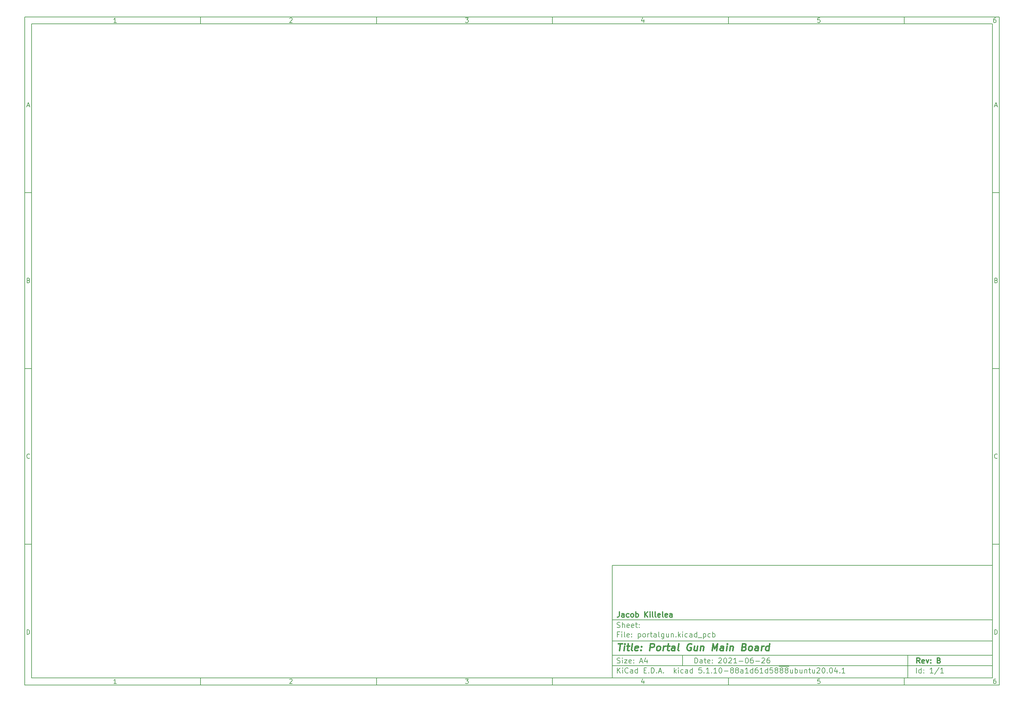
<source format=gbr>
%TF.GenerationSoftware,KiCad,Pcbnew,5.1.10-88a1d61d58~88~ubuntu20.04.1*%
%TF.CreationDate,2021-06-26T15:26:23-05:00*%
%TF.ProjectId,portalgun,706f7274-616c-4677-956e-2e6b69636164,B*%
%TF.SameCoordinates,Original*%
%TF.FileFunction,Other,User*%
%FSLAX46Y46*%
G04 Gerber Fmt 4.6, Leading zero omitted, Abs format (unit mm)*
G04 Created by KiCad (PCBNEW 5.1.10-88a1d61d58~88~ubuntu20.04.1) date 2021-06-26 15:26:23*
%MOMM*%
%LPD*%
G01*
G04 APERTURE LIST*
%ADD10C,0.100000*%
%ADD11C,0.150000*%
%ADD12C,0.300000*%
%ADD13C,0.400000*%
G04 APERTURE END LIST*
D10*
D11*
X177002200Y-166007200D02*
X177002200Y-198007200D01*
X285002200Y-198007200D01*
X285002200Y-166007200D01*
X177002200Y-166007200D01*
D10*
D11*
X10000000Y-10000000D02*
X10000000Y-200007200D01*
X287002200Y-200007200D01*
X287002200Y-10000000D01*
X10000000Y-10000000D01*
D10*
D11*
X12000000Y-12000000D02*
X12000000Y-198007200D01*
X285002200Y-198007200D01*
X285002200Y-12000000D01*
X12000000Y-12000000D01*
D10*
D11*
X60000000Y-12000000D02*
X60000000Y-10000000D01*
D10*
D11*
X110000000Y-12000000D02*
X110000000Y-10000000D01*
D10*
D11*
X160000000Y-12000000D02*
X160000000Y-10000000D01*
D10*
D11*
X210000000Y-12000000D02*
X210000000Y-10000000D01*
D10*
D11*
X260000000Y-12000000D02*
X260000000Y-10000000D01*
D10*
D11*
X36065476Y-11588095D02*
X35322619Y-11588095D01*
X35694047Y-11588095D02*
X35694047Y-10288095D01*
X35570238Y-10473809D01*
X35446428Y-10597619D01*
X35322619Y-10659523D01*
D10*
D11*
X85322619Y-10411904D02*
X85384523Y-10350000D01*
X85508333Y-10288095D01*
X85817857Y-10288095D01*
X85941666Y-10350000D01*
X86003571Y-10411904D01*
X86065476Y-10535714D01*
X86065476Y-10659523D01*
X86003571Y-10845238D01*
X85260714Y-11588095D01*
X86065476Y-11588095D01*
D10*
D11*
X135260714Y-10288095D02*
X136065476Y-10288095D01*
X135632142Y-10783333D01*
X135817857Y-10783333D01*
X135941666Y-10845238D01*
X136003571Y-10907142D01*
X136065476Y-11030952D01*
X136065476Y-11340476D01*
X136003571Y-11464285D01*
X135941666Y-11526190D01*
X135817857Y-11588095D01*
X135446428Y-11588095D01*
X135322619Y-11526190D01*
X135260714Y-11464285D01*
D10*
D11*
X185941666Y-10721428D02*
X185941666Y-11588095D01*
X185632142Y-10226190D02*
X185322619Y-11154761D01*
X186127380Y-11154761D01*
D10*
D11*
X236003571Y-10288095D02*
X235384523Y-10288095D01*
X235322619Y-10907142D01*
X235384523Y-10845238D01*
X235508333Y-10783333D01*
X235817857Y-10783333D01*
X235941666Y-10845238D01*
X236003571Y-10907142D01*
X236065476Y-11030952D01*
X236065476Y-11340476D01*
X236003571Y-11464285D01*
X235941666Y-11526190D01*
X235817857Y-11588095D01*
X235508333Y-11588095D01*
X235384523Y-11526190D01*
X235322619Y-11464285D01*
D10*
D11*
X285941666Y-10288095D02*
X285694047Y-10288095D01*
X285570238Y-10350000D01*
X285508333Y-10411904D01*
X285384523Y-10597619D01*
X285322619Y-10845238D01*
X285322619Y-11340476D01*
X285384523Y-11464285D01*
X285446428Y-11526190D01*
X285570238Y-11588095D01*
X285817857Y-11588095D01*
X285941666Y-11526190D01*
X286003571Y-11464285D01*
X286065476Y-11340476D01*
X286065476Y-11030952D01*
X286003571Y-10907142D01*
X285941666Y-10845238D01*
X285817857Y-10783333D01*
X285570238Y-10783333D01*
X285446428Y-10845238D01*
X285384523Y-10907142D01*
X285322619Y-11030952D01*
D10*
D11*
X60000000Y-198007200D02*
X60000000Y-200007200D01*
D10*
D11*
X110000000Y-198007200D02*
X110000000Y-200007200D01*
D10*
D11*
X160000000Y-198007200D02*
X160000000Y-200007200D01*
D10*
D11*
X210000000Y-198007200D02*
X210000000Y-200007200D01*
D10*
D11*
X260000000Y-198007200D02*
X260000000Y-200007200D01*
D10*
D11*
X36065476Y-199595295D02*
X35322619Y-199595295D01*
X35694047Y-199595295D02*
X35694047Y-198295295D01*
X35570238Y-198481009D01*
X35446428Y-198604819D01*
X35322619Y-198666723D01*
D10*
D11*
X85322619Y-198419104D02*
X85384523Y-198357200D01*
X85508333Y-198295295D01*
X85817857Y-198295295D01*
X85941666Y-198357200D01*
X86003571Y-198419104D01*
X86065476Y-198542914D01*
X86065476Y-198666723D01*
X86003571Y-198852438D01*
X85260714Y-199595295D01*
X86065476Y-199595295D01*
D10*
D11*
X135260714Y-198295295D02*
X136065476Y-198295295D01*
X135632142Y-198790533D01*
X135817857Y-198790533D01*
X135941666Y-198852438D01*
X136003571Y-198914342D01*
X136065476Y-199038152D01*
X136065476Y-199347676D01*
X136003571Y-199471485D01*
X135941666Y-199533390D01*
X135817857Y-199595295D01*
X135446428Y-199595295D01*
X135322619Y-199533390D01*
X135260714Y-199471485D01*
D10*
D11*
X185941666Y-198728628D02*
X185941666Y-199595295D01*
X185632142Y-198233390D02*
X185322619Y-199161961D01*
X186127380Y-199161961D01*
D10*
D11*
X236003571Y-198295295D02*
X235384523Y-198295295D01*
X235322619Y-198914342D01*
X235384523Y-198852438D01*
X235508333Y-198790533D01*
X235817857Y-198790533D01*
X235941666Y-198852438D01*
X236003571Y-198914342D01*
X236065476Y-199038152D01*
X236065476Y-199347676D01*
X236003571Y-199471485D01*
X235941666Y-199533390D01*
X235817857Y-199595295D01*
X235508333Y-199595295D01*
X235384523Y-199533390D01*
X235322619Y-199471485D01*
D10*
D11*
X285941666Y-198295295D02*
X285694047Y-198295295D01*
X285570238Y-198357200D01*
X285508333Y-198419104D01*
X285384523Y-198604819D01*
X285322619Y-198852438D01*
X285322619Y-199347676D01*
X285384523Y-199471485D01*
X285446428Y-199533390D01*
X285570238Y-199595295D01*
X285817857Y-199595295D01*
X285941666Y-199533390D01*
X286003571Y-199471485D01*
X286065476Y-199347676D01*
X286065476Y-199038152D01*
X286003571Y-198914342D01*
X285941666Y-198852438D01*
X285817857Y-198790533D01*
X285570238Y-198790533D01*
X285446428Y-198852438D01*
X285384523Y-198914342D01*
X285322619Y-199038152D01*
D10*
D11*
X10000000Y-60000000D02*
X12000000Y-60000000D01*
D10*
D11*
X10000000Y-110000000D02*
X12000000Y-110000000D01*
D10*
D11*
X10000000Y-160000000D02*
X12000000Y-160000000D01*
D10*
D11*
X10690476Y-35216666D02*
X11309523Y-35216666D01*
X10566666Y-35588095D02*
X11000000Y-34288095D01*
X11433333Y-35588095D01*
D10*
D11*
X11092857Y-84907142D02*
X11278571Y-84969047D01*
X11340476Y-85030952D01*
X11402380Y-85154761D01*
X11402380Y-85340476D01*
X11340476Y-85464285D01*
X11278571Y-85526190D01*
X11154761Y-85588095D01*
X10659523Y-85588095D01*
X10659523Y-84288095D01*
X11092857Y-84288095D01*
X11216666Y-84350000D01*
X11278571Y-84411904D01*
X11340476Y-84535714D01*
X11340476Y-84659523D01*
X11278571Y-84783333D01*
X11216666Y-84845238D01*
X11092857Y-84907142D01*
X10659523Y-84907142D01*
D10*
D11*
X11402380Y-135464285D02*
X11340476Y-135526190D01*
X11154761Y-135588095D01*
X11030952Y-135588095D01*
X10845238Y-135526190D01*
X10721428Y-135402380D01*
X10659523Y-135278571D01*
X10597619Y-135030952D01*
X10597619Y-134845238D01*
X10659523Y-134597619D01*
X10721428Y-134473809D01*
X10845238Y-134350000D01*
X11030952Y-134288095D01*
X11154761Y-134288095D01*
X11340476Y-134350000D01*
X11402380Y-134411904D01*
D10*
D11*
X10659523Y-185588095D02*
X10659523Y-184288095D01*
X10969047Y-184288095D01*
X11154761Y-184350000D01*
X11278571Y-184473809D01*
X11340476Y-184597619D01*
X11402380Y-184845238D01*
X11402380Y-185030952D01*
X11340476Y-185278571D01*
X11278571Y-185402380D01*
X11154761Y-185526190D01*
X10969047Y-185588095D01*
X10659523Y-185588095D01*
D10*
D11*
X287002200Y-60000000D02*
X285002200Y-60000000D01*
D10*
D11*
X287002200Y-110000000D02*
X285002200Y-110000000D01*
D10*
D11*
X287002200Y-160000000D02*
X285002200Y-160000000D01*
D10*
D11*
X285692676Y-35216666D02*
X286311723Y-35216666D01*
X285568866Y-35588095D02*
X286002200Y-34288095D01*
X286435533Y-35588095D01*
D10*
D11*
X286095057Y-84907142D02*
X286280771Y-84969047D01*
X286342676Y-85030952D01*
X286404580Y-85154761D01*
X286404580Y-85340476D01*
X286342676Y-85464285D01*
X286280771Y-85526190D01*
X286156961Y-85588095D01*
X285661723Y-85588095D01*
X285661723Y-84288095D01*
X286095057Y-84288095D01*
X286218866Y-84350000D01*
X286280771Y-84411904D01*
X286342676Y-84535714D01*
X286342676Y-84659523D01*
X286280771Y-84783333D01*
X286218866Y-84845238D01*
X286095057Y-84907142D01*
X285661723Y-84907142D01*
D10*
D11*
X286404580Y-135464285D02*
X286342676Y-135526190D01*
X286156961Y-135588095D01*
X286033152Y-135588095D01*
X285847438Y-135526190D01*
X285723628Y-135402380D01*
X285661723Y-135278571D01*
X285599819Y-135030952D01*
X285599819Y-134845238D01*
X285661723Y-134597619D01*
X285723628Y-134473809D01*
X285847438Y-134350000D01*
X286033152Y-134288095D01*
X286156961Y-134288095D01*
X286342676Y-134350000D01*
X286404580Y-134411904D01*
D10*
D11*
X285661723Y-185588095D02*
X285661723Y-184288095D01*
X285971247Y-184288095D01*
X286156961Y-184350000D01*
X286280771Y-184473809D01*
X286342676Y-184597619D01*
X286404580Y-184845238D01*
X286404580Y-185030952D01*
X286342676Y-185278571D01*
X286280771Y-185402380D01*
X286156961Y-185526190D01*
X285971247Y-185588095D01*
X285661723Y-185588095D01*
D10*
D11*
X200434342Y-193785771D02*
X200434342Y-192285771D01*
X200791485Y-192285771D01*
X201005771Y-192357200D01*
X201148628Y-192500057D01*
X201220057Y-192642914D01*
X201291485Y-192928628D01*
X201291485Y-193142914D01*
X201220057Y-193428628D01*
X201148628Y-193571485D01*
X201005771Y-193714342D01*
X200791485Y-193785771D01*
X200434342Y-193785771D01*
X202577200Y-193785771D02*
X202577200Y-193000057D01*
X202505771Y-192857200D01*
X202362914Y-192785771D01*
X202077200Y-192785771D01*
X201934342Y-192857200D01*
X202577200Y-193714342D02*
X202434342Y-193785771D01*
X202077200Y-193785771D01*
X201934342Y-193714342D01*
X201862914Y-193571485D01*
X201862914Y-193428628D01*
X201934342Y-193285771D01*
X202077200Y-193214342D01*
X202434342Y-193214342D01*
X202577200Y-193142914D01*
X203077200Y-192785771D02*
X203648628Y-192785771D01*
X203291485Y-192285771D02*
X203291485Y-193571485D01*
X203362914Y-193714342D01*
X203505771Y-193785771D01*
X203648628Y-193785771D01*
X204720057Y-193714342D02*
X204577200Y-193785771D01*
X204291485Y-193785771D01*
X204148628Y-193714342D01*
X204077200Y-193571485D01*
X204077200Y-193000057D01*
X204148628Y-192857200D01*
X204291485Y-192785771D01*
X204577200Y-192785771D01*
X204720057Y-192857200D01*
X204791485Y-193000057D01*
X204791485Y-193142914D01*
X204077200Y-193285771D01*
X205434342Y-193642914D02*
X205505771Y-193714342D01*
X205434342Y-193785771D01*
X205362914Y-193714342D01*
X205434342Y-193642914D01*
X205434342Y-193785771D01*
X205434342Y-192857200D02*
X205505771Y-192928628D01*
X205434342Y-193000057D01*
X205362914Y-192928628D01*
X205434342Y-192857200D01*
X205434342Y-193000057D01*
X207220057Y-192428628D02*
X207291485Y-192357200D01*
X207434342Y-192285771D01*
X207791485Y-192285771D01*
X207934342Y-192357200D01*
X208005771Y-192428628D01*
X208077200Y-192571485D01*
X208077200Y-192714342D01*
X208005771Y-192928628D01*
X207148628Y-193785771D01*
X208077200Y-193785771D01*
X209005771Y-192285771D02*
X209148628Y-192285771D01*
X209291485Y-192357200D01*
X209362914Y-192428628D01*
X209434342Y-192571485D01*
X209505771Y-192857200D01*
X209505771Y-193214342D01*
X209434342Y-193500057D01*
X209362914Y-193642914D01*
X209291485Y-193714342D01*
X209148628Y-193785771D01*
X209005771Y-193785771D01*
X208862914Y-193714342D01*
X208791485Y-193642914D01*
X208720057Y-193500057D01*
X208648628Y-193214342D01*
X208648628Y-192857200D01*
X208720057Y-192571485D01*
X208791485Y-192428628D01*
X208862914Y-192357200D01*
X209005771Y-192285771D01*
X210077200Y-192428628D02*
X210148628Y-192357200D01*
X210291485Y-192285771D01*
X210648628Y-192285771D01*
X210791485Y-192357200D01*
X210862914Y-192428628D01*
X210934342Y-192571485D01*
X210934342Y-192714342D01*
X210862914Y-192928628D01*
X210005771Y-193785771D01*
X210934342Y-193785771D01*
X212362914Y-193785771D02*
X211505771Y-193785771D01*
X211934342Y-193785771D02*
X211934342Y-192285771D01*
X211791485Y-192500057D01*
X211648628Y-192642914D01*
X211505771Y-192714342D01*
X213005771Y-193214342D02*
X214148628Y-193214342D01*
X215148628Y-192285771D02*
X215291485Y-192285771D01*
X215434342Y-192357200D01*
X215505771Y-192428628D01*
X215577200Y-192571485D01*
X215648628Y-192857200D01*
X215648628Y-193214342D01*
X215577200Y-193500057D01*
X215505771Y-193642914D01*
X215434342Y-193714342D01*
X215291485Y-193785771D01*
X215148628Y-193785771D01*
X215005771Y-193714342D01*
X214934342Y-193642914D01*
X214862914Y-193500057D01*
X214791485Y-193214342D01*
X214791485Y-192857200D01*
X214862914Y-192571485D01*
X214934342Y-192428628D01*
X215005771Y-192357200D01*
X215148628Y-192285771D01*
X216934342Y-192285771D02*
X216648628Y-192285771D01*
X216505771Y-192357200D01*
X216434342Y-192428628D01*
X216291485Y-192642914D01*
X216220057Y-192928628D01*
X216220057Y-193500057D01*
X216291485Y-193642914D01*
X216362914Y-193714342D01*
X216505771Y-193785771D01*
X216791485Y-193785771D01*
X216934342Y-193714342D01*
X217005771Y-193642914D01*
X217077200Y-193500057D01*
X217077200Y-193142914D01*
X217005771Y-193000057D01*
X216934342Y-192928628D01*
X216791485Y-192857200D01*
X216505771Y-192857200D01*
X216362914Y-192928628D01*
X216291485Y-193000057D01*
X216220057Y-193142914D01*
X217720057Y-193214342D02*
X218862914Y-193214342D01*
X219505771Y-192428628D02*
X219577200Y-192357200D01*
X219720057Y-192285771D01*
X220077200Y-192285771D01*
X220220057Y-192357200D01*
X220291485Y-192428628D01*
X220362914Y-192571485D01*
X220362914Y-192714342D01*
X220291485Y-192928628D01*
X219434342Y-193785771D01*
X220362914Y-193785771D01*
X221648628Y-192285771D02*
X221362914Y-192285771D01*
X221220057Y-192357200D01*
X221148628Y-192428628D01*
X221005771Y-192642914D01*
X220934342Y-192928628D01*
X220934342Y-193500057D01*
X221005771Y-193642914D01*
X221077200Y-193714342D01*
X221220057Y-193785771D01*
X221505771Y-193785771D01*
X221648628Y-193714342D01*
X221720057Y-193642914D01*
X221791485Y-193500057D01*
X221791485Y-193142914D01*
X221720057Y-193000057D01*
X221648628Y-192928628D01*
X221505771Y-192857200D01*
X221220057Y-192857200D01*
X221077200Y-192928628D01*
X221005771Y-193000057D01*
X220934342Y-193142914D01*
D10*
D11*
X177002200Y-194507200D02*
X285002200Y-194507200D01*
D10*
D11*
X178434342Y-196585771D02*
X178434342Y-195085771D01*
X179291485Y-196585771D02*
X178648628Y-195728628D01*
X179291485Y-195085771D02*
X178434342Y-195942914D01*
X179934342Y-196585771D02*
X179934342Y-195585771D01*
X179934342Y-195085771D02*
X179862914Y-195157200D01*
X179934342Y-195228628D01*
X180005771Y-195157200D01*
X179934342Y-195085771D01*
X179934342Y-195228628D01*
X181505771Y-196442914D02*
X181434342Y-196514342D01*
X181220057Y-196585771D01*
X181077200Y-196585771D01*
X180862914Y-196514342D01*
X180720057Y-196371485D01*
X180648628Y-196228628D01*
X180577200Y-195942914D01*
X180577200Y-195728628D01*
X180648628Y-195442914D01*
X180720057Y-195300057D01*
X180862914Y-195157200D01*
X181077200Y-195085771D01*
X181220057Y-195085771D01*
X181434342Y-195157200D01*
X181505771Y-195228628D01*
X182791485Y-196585771D02*
X182791485Y-195800057D01*
X182720057Y-195657200D01*
X182577200Y-195585771D01*
X182291485Y-195585771D01*
X182148628Y-195657200D01*
X182791485Y-196514342D02*
X182648628Y-196585771D01*
X182291485Y-196585771D01*
X182148628Y-196514342D01*
X182077200Y-196371485D01*
X182077200Y-196228628D01*
X182148628Y-196085771D01*
X182291485Y-196014342D01*
X182648628Y-196014342D01*
X182791485Y-195942914D01*
X184148628Y-196585771D02*
X184148628Y-195085771D01*
X184148628Y-196514342D02*
X184005771Y-196585771D01*
X183720057Y-196585771D01*
X183577200Y-196514342D01*
X183505771Y-196442914D01*
X183434342Y-196300057D01*
X183434342Y-195871485D01*
X183505771Y-195728628D01*
X183577200Y-195657200D01*
X183720057Y-195585771D01*
X184005771Y-195585771D01*
X184148628Y-195657200D01*
X186005771Y-195800057D02*
X186505771Y-195800057D01*
X186720057Y-196585771D02*
X186005771Y-196585771D01*
X186005771Y-195085771D01*
X186720057Y-195085771D01*
X187362914Y-196442914D02*
X187434342Y-196514342D01*
X187362914Y-196585771D01*
X187291485Y-196514342D01*
X187362914Y-196442914D01*
X187362914Y-196585771D01*
X188077200Y-196585771D02*
X188077200Y-195085771D01*
X188434342Y-195085771D01*
X188648628Y-195157200D01*
X188791485Y-195300057D01*
X188862914Y-195442914D01*
X188934342Y-195728628D01*
X188934342Y-195942914D01*
X188862914Y-196228628D01*
X188791485Y-196371485D01*
X188648628Y-196514342D01*
X188434342Y-196585771D01*
X188077200Y-196585771D01*
X189577200Y-196442914D02*
X189648628Y-196514342D01*
X189577200Y-196585771D01*
X189505771Y-196514342D01*
X189577200Y-196442914D01*
X189577200Y-196585771D01*
X190220057Y-196157200D02*
X190934342Y-196157200D01*
X190077200Y-196585771D02*
X190577200Y-195085771D01*
X191077200Y-196585771D01*
X191577200Y-196442914D02*
X191648628Y-196514342D01*
X191577200Y-196585771D01*
X191505771Y-196514342D01*
X191577200Y-196442914D01*
X191577200Y-196585771D01*
X194577200Y-196585771D02*
X194577200Y-195085771D01*
X194720057Y-196014342D02*
X195148628Y-196585771D01*
X195148628Y-195585771D02*
X194577200Y-196157200D01*
X195791485Y-196585771D02*
X195791485Y-195585771D01*
X195791485Y-195085771D02*
X195720057Y-195157200D01*
X195791485Y-195228628D01*
X195862914Y-195157200D01*
X195791485Y-195085771D01*
X195791485Y-195228628D01*
X197148628Y-196514342D02*
X197005771Y-196585771D01*
X196720057Y-196585771D01*
X196577200Y-196514342D01*
X196505771Y-196442914D01*
X196434342Y-196300057D01*
X196434342Y-195871485D01*
X196505771Y-195728628D01*
X196577200Y-195657200D01*
X196720057Y-195585771D01*
X197005771Y-195585771D01*
X197148628Y-195657200D01*
X198434342Y-196585771D02*
X198434342Y-195800057D01*
X198362914Y-195657200D01*
X198220057Y-195585771D01*
X197934342Y-195585771D01*
X197791485Y-195657200D01*
X198434342Y-196514342D02*
X198291485Y-196585771D01*
X197934342Y-196585771D01*
X197791485Y-196514342D01*
X197720057Y-196371485D01*
X197720057Y-196228628D01*
X197791485Y-196085771D01*
X197934342Y-196014342D01*
X198291485Y-196014342D01*
X198434342Y-195942914D01*
X199791485Y-196585771D02*
X199791485Y-195085771D01*
X199791485Y-196514342D02*
X199648628Y-196585771D01*
X199362914Y-196585771D01*
X199220057Y-196514342D01*
X199148628Y-196442914D01*
X199077200Y-196300057D01*
X199077200Y-195871485D01*
X199148628Y-195728628D01*
X199220057Y-195657200D01*
X199362914Y-195585771D01*
X199648628Y-195585771D01*
X199791485Y-195657200D01*
X202362914Y-195085771D02*
X201648628Y-195085771D01*
X201577200Y-195800057D01*
X201648628Y-195728628D01*
X201791485Y-195657200D01*
X202148628Y-195657200D01*
X202291485Y-195728628D01*
X202362914Y-195800057D01*
X202434342Y-195942914D01*
X202434342Y-196300057D01*
X202362914Y-196442914D01*
X202291485Y-196514342D01*
X202148628Y-196585771D01*
X201791485Y-196585771D01*
X201648628Y-196514342D01*
X201577200Y-196442914D01*
X203077200Y-196442914D02*
X203148628Y-196514342D01*
X203077200Y-196585771D01*
X203005771Y-196514342D01*
X203077200Y-196442914D01*
X203077200Y-196585771D01*
X204577200Y-196585771D02*
X203720057Y-196585771D01*
X204148628Y-196585771D02*
X204148628Y-195085771D01*
X204005771Y-195300057D01*
X203862914Y-195442914D01*
X203720057Y-195514342D01*
X205220057Y-196442914D02*
X205291485Y-196514342D01*
X205220057Y-196585771D01*
X205148628Y-196514342D01*
X205220057Y-196442914D01*
X205220057Y-196585771D01*
X206720057Y-196585771D02*
X205862914Y-196585771D01*
X206291485Y-196585771D02*
X206291485Y-195085771D01*
X206148628Y-195300057D01*
X206005771Y-195442914D01*
X205862914Y-195514342D01*
X207648628Y-195085771D02*
X207791485Y-195085771D01*
X207934342Y-195157200D01*
X208005771Y-195228628D01*
X208077200Y-195371485D01*
X208148628Y-195657200D01*
X208148628Y-196014342D01*
X208077200Y-196300057D01*
X208005771Y-196442914D01*
X207934342Y-196514342D01*
X207791485Y-196585771D01*
X207648628Y-196585771D01*
X207505771Y-196514342D01*
X207434342Y-196442914D01*
X207362914Y-196300057D01*
X207291485Y-196014342D01*
X207291485Y-195657200D01*
X207362914Y-195371485D01*
X207434342Y-195228628D01*
X207505771Y-195157200D01*
X207648628Y-195085771D01*
X208791485Y-196014342D02*
X209934342Y-196014342D01*
X210862914Y-195728628D02*
X210720057Y-195657200D01*
X210648628Y-195585771D01*
X210577200Y-195442914D01*
X210577200Y-195371485D01*
X210648628Y-195228628D01*
X210720057Y-195157200D01*
X210862914Y-195085771D01*
X211148628Y-195085771D01*
X211291485Y-195157200D01*
X211362914Y-195228628D01*
X211434342Y-195371485D01*
X211434342Y-195442914D01*
X211362914Y-195585771D01*
X211291485Y-195657200D01*
X211148628Y-195728628D01*
X210862914Y-195728628D01*
X210720057Y-195800057D01*
X210648628Y-195871485D01*
X210577200Y-196014342D01*
X210577200Y-196300057D01*
X210648628Y-196442914D01*
X210720057Y-196514342D01*
X210862914Y-196585771D01*
X211148628Y-196585771D01*
X211291485Y-196514342D01*
X211362914Y-196442914D01*
X211434342Y-196300057D01*
X211434342Y-196014342D01*
X211362914Y-195871485D01*
X211291485Y-195800057D01*
X211148628Y-195728628D01*
X212291485Y-195728628D02*
X212148628Y-195657200D01*
X212077200Y-195585771D01*
X212005771Y-195442914D01*
X212005771Y-195371485D01*
X212077200Y-195228628D01*
X212148628Y-195157200D01*
X212291485Y-195085771D01*
X212577200Y-195085771D01*
X212720057Y-195157200D01*
X212791485Y-195228628D01*
X212862914Y-195371485D01*
X212862914Y-195442914D01*
X212791485Y-195585771D01*
X212720057Y-195657200D01*
X212577200Y-195728628D01*
X212291485Y-195728628D01*
X212148628Y-195800057D01*
X212077200Y-195871485D01*
X212005771Y-196014342D01*
X212005771Y-196300057D01*
X212077200Y-196442914D01*
X212148628Y-196514342D01*
X212291485Y-196585771D01*
X212577200Y-196585771D01*
X212720057Y-196514342D01*
X212791485Y-196442914D01*
X212862914Y-196300057D01*
X212862914Y-196014342D01*
X212791485Y-195871485D01*
X212720057Y-195800057D01*
X212577200Y-195728628D01*
X214148628Y-196585771D02*
X214148628Y-195800057D01*
X214077200Y-195657200D01*
X213934342Y-195585771D01*
X213648628Y-195585771D01*
X213505771Y-195657200D01*
X214148628Y-196514342D02*
X214005771Y-196585771D01*
X213648628Y-196585771D01*
X213505771Y-196514342D01*
X213434342Y-196371485D01*
X213434342Y-196228628D01*
X213505771Y-196085771D01*
X213648628Y-196014342D01*
X214005771Y-196014342D01*
X214148628Y-195942914D01*
X215648628Y-196585771D02*
X214791485Y-196585771D01*
X215220057Y-196585771D02*
X215220057Y-195085771D01*
X215077200Y-195300057D01*
X214934342Y-195442914D01*
X214791485Y-195514342D01*
X216934342Y-196585771D02*
X216934342Y-195085771D01*
X216934342Y-196514342D02*
X216791485Y-196585771D01*
X216505771Y-196585771D01*
X216362914Y-196514342D01*
X216291485Y-196442914D01*
X216220057Y-196300057D01*
X216220057Y-195871485D01*
X216291485Y-195728628D01*
X216362914Y-195657200D01*
X216505771Y-195585771D01*
X216791485Y-195585771D01*
X216934342Y-195657200D01*
X218291485Y-195085771D02*
X218005771Y-195085771D01*
X217862914Y-195157200D01*
X217791485Y-195228628D01*
X217648628Y-195442914D01*
X217577200Y-195728628D01*
X217577200Y-196300057D01*
X217648628Y-196442914D01*
X217720057Y-196514342D01*
X217862914Y-196585771D01*
X218148628Y-196585771D01*
X218291485Y-196514342D01*
X218362914Y-196442914D01*
X218434342Y-196300057D01*
X218434342Y-195942914D01*
X218362914Y-195800057D01*
X218291485Y-195728628D01*
X218148628Y-195657200D01*
X217862914Y-195657200D01*
X217720057Y-195728628D01*
X217648628Y-195800057D01*
X217577200Y-195942914D01*
X219862914Y-196585771D02*
X219005771Y-196585771D01*
X219434342Y-196585771D02*
X219434342Y-195085771D01*
X219291485Y-195300057D01*
X219148628Y-195442914D01*
X219005771Y-195514342D01*
X221148628Y-196585771D02*
X221148628Y-195085771D01*
X221148628Y-196514342D02*
X221005771Y-196585771D01*
X220720057Y-196585771D01*
X220577200Y-196514342D01*
X220505771Y-196442914D01*
X220434342Y-196300057D01*
X220434342Y-195871485D01*
X220505771Y-195728628D01*
X220577200Y-195657200D01*
X220720057Y-195585771D01*
X221005771Y-195585771D01*
X221148628Y-195657200D01*
X222577200Y-195085771D02*
X221862914Y-195085771D01*
X221791485Y-195800057D01*
X221862914Y-195728628D01*
X222005771Y-195657200D01*
X222362914Y-195657200D01*
X222505771Y-195728628D01*
X222577200Y-195800057D01*
X222648628Y-195942914D01*
X222648628Y-196300057D01*
X222577200Y-196442914D01*
X222505771Y-196514342D01*
X222362914Y-196585771D01*
X222005771Y-196585771D01*
X221862914Y-196514342D01*
X221791485Y-196442914D01*
X223505771Y-195728628D02*
X223362914Y-195657200D01*
X223291485Y-195585771D01*
X223220057Y-195442914D01*
X223220057Y-195371485D01*
X223291485Y-195228628D01*
X223362914Y-195157200D01*
X223505771Y-195085771D01*
X223791485Y-195085771D01*
X223934342Y-195157200D01*
X224005771Y-195228628D01*
X224077200Y-195371485D01*
X224077200Y-195442914D01*
X224005771Y-195585771D01*
X223934342Y-195657200D01*
X223791485Y-195728628D01*
X223505771Y-195728628D01*
X223362914Y-195800057D01*
X223291485Y-195871485D01*
X223220057Y-196014342D01*
X223220057Y-196300057D01*
X223291485Y-196442914D01*
X223362914Y-196514342D01*
X223505771Y-196585771D01*
X223791485Y-196585771D01*
X223934342Y-196514342D01*
X224005771Y-196442914D01*
X224077200Y-196300057D01*
X224077200Y-196014342D01*
X224005771Y-195871485D01*
X223934342Y-195800057D01*
X223791485Y-195728628D01*
X224362914Y-194677200D02*
X225791485Y-194677200D01*
X224934342Y-195728628D02*
X224791485Y-195657200D01*
X224720057Y-195585771D01*
X224648628Y-195442914D01*
X224648628Y-195371485D01*
X224720057Y-195228628D01*
X224791485Y-195157200D01*
X224934342Y-195085771D01*
X225220057Y-195085771D01*
X225362914Y-195157200D01*
X225434342Y-195228628D01*
X225505771Y-195371485D01*
X225505771Y-195442914D01*
X225434342Y-195585771D01*
X225362914Y-195657200D01*
X225220057Y-195728628D01*
X224934342Y-195728628D01*
X224791485Y-195800057D01*
X224720057Y-195871485D01*
X224648628Y-196014342D01*
X224648628Y-196300057D01*
X224720057Y-196442914D01*
X224791485Y-196514342D01*
X224934342Y-196585771D01*
X225220057Y-196585771D01*
X225362914Y-196514342D01*
X225434342Y-196442914D01*
X225505771Y-196300057D01*
X225505771Y-196014342D01*
X225434342Y-195871485D01*
X225362914Y-195800057D01*
X225220057Y-195728628D01*
X225791485Y-194677200D02*
X227220057Y-194677200D01*
X226362914Y-195728628D02*
X226220057Y-195657200D01*
X226148628Y-195585771D01*
X226077199Y-195442914D01*
X226077199Y-195371485D01*
X226148628Y-195228628D01*
X226220057Y-195157200D01*
X226362914Y-195085771D01*
X226648628Y-195085771D01*
X226791485Y-195157200D01*
X226862914Y-195228628D01*
X226934342Y-195371485D01*
X226934342Y-195442914D01*
X226862914Y-195585771D01*
X226791485Y-195657200D01*
X226648628Y-195728628D01*
X226362914Y-195728628D01*
X226220057Y-195800057D01*
X226148628Y-195871485D01*
X226077199Y-196014342D01*
X226077199Y-196300057D01*
X226148628Y-196442914D01*
X226220057Y-196514342D01*
X226362914Y-196585771D01*
X226648628Y-196585771D01*
X226791485Y-196514342D01*
X226862914Y-196442914D01*
X226934342Y-196300057D01*
X226934342Y-196014342D01*
X226862914Y-195871485D01*
X226791485Y-195800057D01*
X226648628Y-195728628D01*
X228220057Y-195585771D02*
X228220057Y-196585771D01*
X227577199Y-195585771D02*
X227577199Y-196371485D01*
X227648628Y-196514342D01*
X227791485Y-196585771D01*
X228005771Y-196585771D01*
X228148628Y-196514342D01*
X228220057Y-196442914D01*
X228934342Y-196585771D02*
X228934342Y-195085771D01*
X228934342Y-195657200D02*
X229077199Y-195585771D01*
X229362914Y-195585771D01*
X229505771Y-195657200D01*
X229577199Y-195728628D01*
X229648628Y-195871485D01*
X229648628Y-196300057D01*
X229577199Y-196442914D01*
X229505771Y-196514342D01*
X229362914Y-196585771D01*
X229077199Y-196585771D01*
X228934342Y-196514342D01*
X230934342Y-195585771D02*
X230934342Y-196585771D01*
X230291485Y-195585771D02*
X230291485Y-196371485D01*
X230362914Y-196514342D01*
X230505771Y-196585771D01*
X230720057Y-196585771D01*
X230862914Y-196514342D01*
X230934342Y-196442914D01*
X231648628Y-195585771D02*
X231648628Y-196585771D01*
X231648628Y-195728628D02*
X231720057Y-195657200D01*
X231862914Y-195585771D01*
X232077199Y-195585771D01*
X232220057Y-195657200D01*
X232291485Y-195800057D01*
X232291485Y-196585771D01*
X232791485Y-195585771D02*
X233362914Y-195585771D01*
X233005771Y-195085771D02*
X233005771Y-196371485D01*
X233077199Y-196514342D01*
X233220057Y-196585771D01*
X233362914Y-196585771D01*
X234505771Y-195585771D02*
X234505771Y-196585771D01*
X233862914Y-195585771D02*
X233862914Y-196371485D01*
X233934342Y-196514342D01*
X234077200Y-196585771D01*
X234291485Y-196585771D01*
X234434342Y-196514342D01*
X234505771Y-196442914D01*
X235148628Y-195228628D02*
X235220057Y-195157200D01*
X235362914Y-195085771D01*
X235720057Y-195085771D01*
X235862914Y-195157200D01*
X235934342Y-195228628D01*
X236005771Y-195371485D01*
X236005771Y-195514342D01*
X235934342Y-195728628D01*
X235077200Y-196585771D01*
X236005771Y-196585771D01*
X236934342Y-195085771D02*
X237077199Y-195085771D01*
X237220057Y-195157200D01*
X237291485Y-195228628D01*
X237362914Y-195371485D01*
X237434342Y-195657200D01*
X237434342Y-196014342D01*
X237362914Y-196300057D01*
X237291485Y-196442914D01*
X237220057Y-196514342D01*
X237077199Y-196585771D01*
X236934342Y-196585771D01*
X236791485Y-196514342D01*
X236720057Y-196442914D01*
X236648628Y-196300057D01*
X236577199Y-196014342D01*
X236577199Y-195657200D01*
X236648628Y-195371485D01*
X236720057Y-195228628D01*
X236791485Y-195157200D01*
X236934342Y-195085771D01*
X238077199Y-196442914D02*
X238148628Y-196514342D01*
X238077199Y-196585771D01*
X238005771Y-196514342D01*
X238077199Y-196442914D01*
X238077199Y-196585771D01*
X239077199Y-195085771D02*
X239220057Y-195085771D01*
X239362914Y-195157200D01*
X239434342Y-195228628D01*
X239505771Y-195371485D01*
X239577199Y-195657200D01*
X239577199Y-196014342D01*
X239505771Y-196300057D01*
X239434342Y-196442914D01*
X239362914Y-196514342D01*
X239220057Y-196585771D01*
X239077199Y-196585771D01*
X238934342Y-196514342D01*
X238862914Y-196442914D01*
X238791485Y-196300057D01*
X238720057Y-196014342D01*
X238720057Y-195657200D01*
X238791485Y-195371485D01*
X238862914Y-195228628D01*
X238934342Y-195157200D01*
X239077199Y-195085771D01*
X240862914Y-195585771D02*
X240862914Y-196585771D01*
X240505771Y-195014342D02*
X240148628Y-196085771D01*
X241077199Y-196085771D01*
X241648628Y-196442914D02*
X241720057Y-196514342D01*
X241648628Y-196585771D01*
X241577199Y-196514342D01*
X241648628Y-196442914D01*
X241648628Y-196585771D01*
X243148628Y-196585771D02*
X242291485Y-196585771D01*
X242720057Y-196585771D02*
X242720057Y-195085771D01*
X242577199Y-195300057D01*
X242434342Y-195442914D01*
X242291485Y-195514342D01*
D10*
D11*
X177002200Y-191507200D02*
X285002200Y-191507200D01*
D10*
D12*
X264411485Y-193785771D02*
X263911485Y-193071485D01*
X263554342Y-193785771D02*
X263554342Y-192285771D01*
X264125771Y-192285771D01*
X264268628Y-192357200D01*
X264340057Y-192428628D01*
X264411485Y-192571485D01*
X264411485Y-192785771D01*
X264340057Y-192928628D01*
X264268628Y-193000057D01*
X264125771Y-193071485D01*
X263554342Y-193071485D01*
X265625771Y-193714342D02*
X265482914Y-193785771D01*
X265197200Y-193785771D01*
X265054342Y-193714342D01*
X264982914Y-193571485D01*
X264982914Y-193000057D01*
X265054342Y-192857200D01*
X265197200Y-192785771D01*
X265482914Y-192785771D01*
X265625771Y-192857200D01*
X265697200Y-193000057D01*
X265697200Y-193142914D01*
X264982914Y-193285771D01*
X266197200Y-192785771D02*
X266554342Y-193785771D01*
X266911485Y-192785771D01*
X267482914Y-193642914D02*
X267554342Y-193714342D01*
X267482914Y-193785771D01*
X267411485Y-193714342D01*
X267482914Y-193642914D01*
X267482914Y-193785771D01*
X267482914Y-192857200D02*
X267554342Y-192928628D01*
X267482914Y-193000057D01*
X267411485Y-192928628D01*
X267482914Y-192857200D01*
X267482914Y-193000057D01*
X269840057Y-193000057D02*
X270054342Y-193071485D01*
X270125771Y-193142914D01*
X270197200Y-193285771D01*
X270197200Y-193500057D01*
X270125771Y-193642914D01*
X270054342Y-193714342D01*
X269911485Y-193785771D01*
X269340057Y-193785771D01*
X269340057Y-192285771D01*
X269840057Y-192285771D01*
X269982914Y-192357200D01*
X270054342Y-192428628D01*
X270125771Y-192571485D01*
X270125771Y-192714342D01*
X270054342Y-192857200D01*
X269982914Y-192928628D01*
X269840057Y-193000057D01*
X269340057Y-193000057D01*
D10*
D11*
X178362914Y-193714342D02*
X178577200Y-193785771D01*
X178934342Y-193785771D01*
X179077200Y-193714342D01*
X179148628Y-193642914D01*
X179220057Y-193500057D01*
X179220057Y-193357200D01*
X179148628Y-193214342D01*
X179077200Y-193142914D01*
X178934342Y-193071485D01*
X178648628Y-193000057D01*
X178505771Y-192928628D01*
X178434342Y-192857200D01*
X178362914Y-192714342D01*
X178362914Y-192571485D01*
X178434342Y-192428628D01*
X178505771Y-192357200D01*
X178648628Y-192285771D01*
X179005771Y-192285771D01*
X179220057Y-192357200D01*
X179862914Y-193785771D02*
X179862914Y-192785771D01*
X179862914Y-192285771D02*
X179791485Y-192357200D01*
X179862914Y-192428628D01*
X179934342Y-192357200D01*
X179862914Y-192285771D01*
X179862914Y-192428628D01*
X180434342Y-192785771D02*
X181220057Y-192785771D01*
X180434342Y-193785771D01*
X181220057Y-193785771D01*
X182362914Y-193714342D02*
X182220057Y-193785771D01*
X181934342Y-193785771D01*
X181791485Y-193714342D01*
X181720057Y-193571485D01*
X181720057Y-193000057D01*
X181791485Y-192857200D01*
X181934342Y-192785771D01*
X182220057Y-192785771D01*
X182362914Y-192857200D01*
X182434342Y-193000057D01*
X182434342Y-193142914D01*
X181720057Y-193285771D01*
X183077200Y-193642914D02*
X183148628Y-193714342D01*
X183077200Y-193785771D01*
X183005771Y-193714342D01*
X183077200Y-193642914D01*
X183077200Y-193785771D01*
X183077200Y-192857200D02*
X183148628Y-192928628D01*
X183077200Y-193000057D01*
X183005771Y-192928628D01*
X183077200Y-192857200D01*
X183077200Y-193000057D01*
X184862914Y-193357200D02*
X185577200Y-193357200D01*
X184720057Y-193785771D02*
X185220057Y-192285771D01*
X185720057Y-193785771D01*
X186862914Y-192785771D02*
X186862914Y-193785771D01*
X186505771Y-192214342D02*
X186148628Y-193285771D01*
X187077200Y-193285771D01*
D10*
D11*
X263434342Y-196585771D02*
X263434342Y-195085771D01*
X264791485Y-196585771D02*
X264791485Y-195085771D01*
X264791485Y-196514342D02*
X264648628Y-196585771D01*
X264362914Y-196585771D01*
X264220057Y-196514342D01*
X264148628Y-196442914D01*
X264077200Y-196300057D01*
X264077200Y-195871485D01*
X264148628Y-195728628D01*
X264220057Y-195657200D01*
X264362914Y-195585771D01*
X264648628Y-195585771D01*
X264791485Y-195657200D01*
X265505771Y-196442914D02*
X265577200Y-196514342D01*
X265505771Y-196585771D01*
X265434342Y-196514342D01*
X265505771Y-196442914D01*
X265505771Y-196585771D01*
X265505771Y-195657200D02*
X265577200Y-195728628D01*
X265505771Y-195800057D01*
X265434342Y-195728628D01*
X265505771Y-195657200D01*
X265505771Y-195800057D01*
X268148628Y-196585771D02*
X267291485Y-196585771D01*
X267720057Y-196585771D02*
X267720057Y-195085771D01*
X267577200Y-195300057D01*
X267434342Y-195442914D01*
X267291485Y-195514342D01*
X269862914Y-195014342D02*
X268577200Y-196942914D01*
X271148628Y-196585771D02*
X270291485Y-196585771D01*
X270720057Y-196585771D02*
X270720057Y-195085771D01*
X270577200Y-195300057D01*
X270434342Y-195442914D01*
X270291485Y-195514342D01*
D10*
D11*
X177002200Y-187507200D02*
X285002200Y-187507200D01*
D10*
D13*
X178714580Y-188211961D02*
X179857438Y-188211961D01*
X179036009Y-190211961D02*
X179286009Y-188211961D01*
X180274104Y-190211961D02*
X180440771Y-188878628D01*
X180524104Y-188211961D02*
X180416961Y-188307200D01*
X180500295Y-188402438D01*
X180607438Y-188307200D01*
X180524104Y-188211961D01*
X180500295Y-188402438D01*
X181107438Y-188878628D02*
X181869342Y-188878628D01*
X181476485Y-188211961D02*
X181262200Y-189926247D01*
X181333628Y-190116723D01*
X181512200Y-190211961D01*
X181702676Y-190211961D01*
X182655057Y-190211961D02*
X182476485Y-190116723D01*
X182405057Y-189926247D01*
X182619342Y-188211961D01*
X184190771Y-190116723D02*
X183988390Y-190211961D01*
X183607438Y-190211961D01*
X183428866Y-190116723D01*
X183357438Y-189926247D01*
X183452676Y-189164342D01*
X183571723Y-188973866D01*
X183774104Y-188878628D01*
X184155057Y-188878628D01*
X184333628Y-188973866D01*
X184405057Y-189164342D01*
X184381247Y-189354819D01*
X183405057Y-189545295D01*
X185155057Y-190021485D02*
X185238390Y-190116723D01*
X185131247Y-190211961D01*
X185047914Y-190116723D01*
X185155057Y-190021485D01*
X185131247Y-190211961D01*
X185286009Y-188973866D02*
X185369342Y-189069104D01*
X185262200Y-189164342D01*
X185178866Y-189069104D01*
X185286009Y-188973866D01*
X185262200Y-189164342D01*
X187607438Y-190211961D02*
X187857438Y-188211961D01*
X188619342Y-188211961D01*
X188797914Y-188307200D01*
X188881247Y-188402438D01*
X188952676Y-188592914D01*
X188916961Y-188878628D01*
X188797914Y-189069104D01*
X188690771Y-189164342D01*
X188488390Y-189259580D01*
X187726485Y-189259580D01*
X189893152Y-190211961D02*
X189714580Y-190116723D01*
X189631247Y-190021485D01*
X189559819Y-189831009D01*
X189631247Y-189259580D01*
X189750295Y-189069104D01*
X189857438Y-188973866D01*
X190059819Y-188878628D01*
X190345533Y-188878628D01*
X190524104Y-188973866D01*
X190607438Y-189069104D01*
X190678866Y-189259580D01*
X190607438Y-189831009D01*
X190488390Y-190021485D01*
X190381247Y-190116723D01*
X190178866Y-190211961D01*
X189893152Y-190211961D01*
X191416961Y-190211961D02*
X191583628Y-188878628D01*
X191536009Y-189259580D02*
X191655057Y-189069104D01*
X191762200Y-188973866D01*
X191964580Y-188878628D01*
X192155057Y-188878628D01*
X192536009Y-188878628D02*
X193297914Y-188878628D01*
X192905057Y-188211961D02*
X192690771Y-189926247D01*
X192762200Y-190116723D01*
X192940771Y-190211961D01*
X193131247Y-190211961D01*
X194655057Y-190211961D02*
X194786009Y-189164342D01*
X194714580Y-188973866D01*
X194536009Y-188878628D01*
X194155057Y-188878628D01*
X193952676Y-188973866D01*
X194666961Y-190116723D02*
X194464580Y-190211961D01*
X193988390Y-190211961D01*
X193809819Y-190116723D01*
X193738390Y-189926247D01*
X193762200Y-189735771D01*
X193881247Y-189545295D01*
X194083628Y-189450057D01*
X194559819Y-189450057D01*
X194762200Y-189354819D01*
X195893152Y-190211961D02*
X195714580Y-190116723D01*
X195643152Y-189926247D01*
X195857438Y-188211961D01*
X199464580Y-188307200D02*
X199286009Y-188211961D01*
X199000295Y-188211961D01*
X198702676Y-188307200D01*
X198488390Y-188497676D01*
X198369342Y-188688152D01*
X198226485Y-189069104D01*
X198190771Y-189354819D01*
X198238390Y-189735771D01*
X198309819Y-189926247D01*
X198476485Y-190116723D01*
X198750295Y-190211961D01*
X198940771Y-190211961D01*
X199238390Y-190116723D01*
X199345533Y-190021485D01*
X199428866Y-189354819D01*
X199047914Y-189354819D01*
X201202676Y-188878628D02*
X201036009Y-190211961D01*
X200345533Y-188878628D02*
X200214580Y-189926247D01*
X200286009Y-190116723D01*
X200464580Y-190211961D01*
X200750295Y-190211961D01*
X200952676Y-190116723D01*
X201059819Y-190021485D01*
X202155057Y-188878628D02*
X201988390Y-190211961D01*
X202131247Y-189069104D02*
X202238390Y-188973866D01*
X202440771Y-188878628D01*
X202726485Y-188878628D01*
X202905057Y-188973866D01*
X202976485Y-189164342D01*
X202845533Y-190211961D01*
X205321723Y-190211961D02*
X205571723Y-188211961D01*
X206059819Y-189640533D01*
X206905057Y-188211961D01*
X206655057Y-190211961D01*
X208464580Y-190211961D02*
X208595533Y-189164342D01*
X208524104Y-188973866D01*
X208345533Y-188878628D01*
X207964580Y-188878628D01*
X207762200Y-188973866D01*
X208476485Y-190116723D02*
X208274104Y-190211961D01*
X207797914Y-190211961D01*
X207619342Y-190116723D01*
X207547914Y-189926247D01*
X207571723Y-189735771D01*
X207690771Y-189545295D01*
X207893152Y-189450057D01*
X208369342Y-189450057D01*
X208571723Y-189354819D01*
X209416961Y-190211961D02*
X209583628Y-188878628D01*
X209666961Y-188211961D02*
X209559819Y-188307200D01*
X209643152Y-188402438D01*
X209750295Y-188307200D01*
X209666961Y-188211961D01*
X209643152Y-188402438D01*
X210536009Y-188878628D02*
X210369342Y-190211961D01*
X210512200Y-189069104D02*
X210619342Y-188973866D01*
X210821723Y-188878628D01*
X211107438Y-188878628D01*
X211286009Y-188973866D01*
X211357438Y-189164342D01*
X211226485Y-190211961D01*
X214500295Y-189164342D02*
X214774104Y-189259580D01*
X214857438Y-189354819D01*
X214928866Y-189545295D01*
X214893152Y-189831009D01*
X214774104Y-190021485D01*
X214666961Y-190116723D01*
X214464580Y-190211961D01*
X213702676Y-190211961D01*
X213952676Y-188211961D01*
X214619342Y-188211961D01*
X214797914Y-188307200D01*
X214881247Y-188402438D01*
X214952676Y-188592914D01*
X214928866Y-188783390D01*
X214809819Y-188973866D01*
X214702676Y-189069104D01*
X214500295Y-189164342D01*
X213833628Y-189164342D01*
X215988390Y-190211961D02*
X215809819Y-190116723D01*
X215726485Y-190021485D01*
X215655057Y-189831009D01*
X215726485Y-189259580D01*
X215845533Y-189069104D01*
X215952676Y-188973866D01*
X216155057Y-188878628D01*
X216440771Y-188878628D01*
X216619342Y-188973866D01*
X216702676Y-189069104D01*
X216774104Y-189259580D01*
X216702676Y-189831009D01*
X216583628Y-190021485D01*
X216476485Y-190116723D01*
X216274104Y-190211961D01*
X215988390Y-190211961D01*
X218369342Y-190211961D02*
X218500295Y-189164342D01*
X218428866Y-188973866D01*
X218250295Y-188878628D01*
X217869342Y-188878628D01*
X217666961Y-188973866D01*
X218381247Y-190116723D02*
X218178866Y-190211961D01*
X217702676Y-190211961D01*
X217524104Y-190116723D01*
X217452676Y-189926247D01*
X217476485Y-189735771D01*
X217595533Y-189545295D01*
X217797914Y-189450057D01*
X218274104Y-189450057D01*
X218476485Y-189354819D01*
X219321723Y-190211961D02*
X219488390Y-188878628D01*
X219440771Y-189259580D02*
X219559819Y-189069104D01*
X219666961Y-188973866D01*
X219869342Y-188878628D01*
X220059819Y-188878628D01*
X221416961Y-190211961D02*
X221666961Y-188211961D01*
X221428866Y-190116723D02*
X221226485Y-190211961D01*
X220845533Y-190211961D01*
X220666961Y-190116723D01*
X220583628Y-190021485D01*
X220512200Y-189831009D01*
X220583628Y-189259580D01*
X220702676Y-189069104D01*
X220809819Y-188973866D01*
X221012200Y-188878628D01*
X221393152Y-188878628D01*
X221571723Y-188973866D01*
D10*
D11*
X178934342Y-185600057D02*
X178434342Y-185600057D01*
X178434342Y-186385771D02*
X178434342Y-184885771D01*
X179148628Y-184885771D01*
X179720057Y-186385771D02*
X179720057Y-185385771D01*
X179720057Y-184885771D02*
X179648628Y-184957200D01*
X179720057Y-185028628D01*
X179791485Y-184957200D01*
X179720057Y-184885771D01*
X179720057Y-185028628D01*
X180648628Y-186385771D02*
X180505771Y-186314342D01*
X180434342Y-186171485D01*
X180434342Y-184885771D01*
X181791485Y-186314342D02*
X181648628Y-186385771D01*
X181362914Y-186385771D01*
X181220057Y-186314342D01*
X181148628Y-186171485D01*
X181148628Y-185600057D01*
X181220057Y-185457200D01*
X181362914Y-185385771D01*
X181648628Y-185385771D01*
X181791485Y-185457200D01*
X181862914Y-185600057D01*
X181862914Y-185742914D01*
X181148628Y-185885771D01*
X182505771Y-186242914D02*
X182577200Y-186314342D01*
X182505771Y-186385771D01*
X182434342Y-186314342D01*
X182505771Y-186242914D01*
X182505771Y-186385771D01*
X182505771Y-185457200D02*
X182577200Y-185528628D01*
X182505771Y-185600057D01*
X182434342Y-185528628D01*
X182505771Y-185457200D01*
X182505771Y-185600057D01*
X184362914Y-185385771D02*
X184362914Y-186885771D01*
X184362914Y-185457200D02*
X184505771Y-185385771D01*
X184791485Y-185385771D01*
X184934342Y-185457200D01*
X185005771Y-185528628D01*
X185077200Y-185671485D01*
X185077200Y-186100057D01*
X185005771Y-186242914D01*
X184934342Y-186314342D01*
X184791485Y-186385771D01*
X184505771Y-186385771D01*
X184362914Y-186314342D01*
X185934342Y-186385771D02*
X185791485Y-186314342D01*
X185720057Y-186242914D01*
X185648628Y-186100057D01*
X185648628Y-185671485D01*
X185720057Y-185528628D01*
X185791485Y-185457200D01*
X185934342Y-185385771D01*
X186148628Y-185385771D01*
X186291485Y-185457200D01*
X186362914Y-185528628D01*
X186434342Y-185671485D01*
X186434342Y-186100057D01*
X186362914Y-186242914D01*
X186291485Y-186314342D01*
X186148628Y-186385771D01*
X185934342Y-186385771D01*
X187077200Y-186385771D02*
X187077200Y-185385771D01*
X187077200Y-185671485D02*
X187148628Y-185528628D01*
X187220057Y-185457200D01*
X187362914Y-185385771D01*
X187505771Y-185385771D01*
X187791485Y-185385771D02*
X188362914Y-185385771D01*
X188005771Y-184885771D02*
X188005771Y-186171485D01*
X188077200Y-186314342D01*
X188220057Y-186385771D01*
X188362914Y-186385771D01*
X189505771Y-186385771D02*
X189505771Y-185600057D01*
X189434342Y-185457200D01*
X189291485Y-185385771D01*
X189005771Y-185385771D01*
X188862914Y-185457200D01*
X189505771Y-186314342D02*
X189362914Y-186385771D01*
X189005771Y-186385771D01*
X188862914Y-186314342D01*
X188791485Y-186171485D01*
X188791485Y-186028628D01*
X188862914Y-185885771D01*
X189005771Y-185814342D01*
X189362914Y-185814342D01*
X189505771Y-185742914D01*
X190434342Y-186385771D02*
X190291485Y-186314342D01*
X190220057Y-186171485D01*
X190220057Y-184885771D01*
X191648628Y-185385771D02*
X191648628Y-186600057D01*
X191577200Y-186742914D01*
X191505771Y-186814342D01*
X191362914Y-186885771D01*
X191148628Y-186885771D01*
X191005771Y-186814342D01*
X191648628Y-186314342D02*
X191505771Y-186385771D01*
X191220057Y-186385771D01*
X191077200Y-186314342D01*
X191005771Y-186242914D01*
X190934342Y-186100057D01*
X190934342Y-185671485D01*
X191005771Y-185528628D01*
X191077200Y-185457200D01*
X191220057Y-185385771D01*
X191505771Y-185385771D01*
X191648628Y-185457200D01*
X193005771Y-185385771D02*
X193005771Y-186385771D01*
X192362914Y-185385771D02*
X192362914Y-186171485D01*
X192434342Y-186314342D01*
X192577200Y-186385771D01*
X192791485Y-186385771D01*
X192934342Y-186314342D01*
X193005771Y-186242914D01*
X193720057Y-185385771D02*
X193720057Y-186385771D01*
X193720057Y-185528628D02*
X193791485Y-185457200D01*
X193934342Y-185385771D01*
X194148628Y-185385771D01*
X194291485Y-185457200D01*
X194362914Y-185600057D01*
X194362914Y-186385771D01*
X195077200Y-186242914D02*
X195148628Y-186314342D01*
X195077200Y-186385771D01*
X195005771Y-186314342D01*
X195077200Y-186242914D01*
X195077200Y-186385771D01*
X195791485Y-186385771D02*
X195791485Y-184885771D01*
X195934342Y-185814342D02*
X196362914Y-186385771D01*
X196362914Y-185385771D02*
X195791485Y-185957200D01*
X197005771Y-186385771D02*
X197005771Y-185385771D01*
X197005771Y-184885771D02*
X196934342Y-184957200D01*
X197005771Y-185028628D01*
X197077200Y-184957200D01*
X197005771Y-184885771D01*
X197005771Y-185028628D01*
X198362914Y-186314342D02*
X198220057Y-186385771D01*
X197934342Y-186385771D01*
X197791485Y-186314342D01*
X197720057Y-186242914D01*
X197648628Y-186100057D01*
X197648628Y-185671485D01*
X197720057Y-185528628D01*
X197791485Y-185457200D01*
X197934342Y-185385771D01*
X198220057Y-185385771D01*
X198362914Y-185457200D01*
X199648628Y-186385771D02*
X199648628Y-185600057D01*
X199577200Y-185457200D01*
X199434342Y-185385771D01*
X199148628Y-185385771D01*
X199005771Y-185457200D01*
X199648628Y-186314342D02*
X199505771Y-186385771D01*
X199148628Y-186385771D01*
X199005771Y-186314342D01*
X198934342Y-186171485D01*
X198934342Y-186028628D01*
X199005771Y-185885771D01*
X199148628Y-185814342D01*
X199505771Y-185814342D01*
X199648628Y-185742914D01*
X201005771Y-186385771D02*
X201005771Y-184885771D01*
X201005771Y-186314342D02*
X200862914Y-186385771D01*
X200577200Y-186385771D01*
X200434342Y-186314342D01*
X200362914Y-186242914D01*
X200291485Y-186100057D01*
X200291485Y-185671485D01*
X200362914Y-185528628D01*
X200434342Y-185457200D01*
X200577200Y-185385771D01*
X200862914Y-185385771D01*
X201005771Y-185457200D01*
X201362914Y-186528628D02*
X202505771Y-186528628D01*
X202862914Y-185385771D02*
X202862914Y-186885771D01*
X202862914Y-185457200D02*
X203005771Y-185385771D01*
X203291485Y-185385771D01*
X203434342Y-185457200D01*
X203505771Y-185528628D01*
X203577200Y-185671485D01*
X203577200Y-186100057D01*
X203505771Y-186242914D01*
X203434342Y-186314342D01*
X203291485Y-186385771D01*
X203005771Y-186385771D01*
X202862914Y-186314342D01*
X204862914Y-186314342D02*
X204720057Y-186385771D01*
X204434342Y-186385771D01*
X204291485Y-186314342D01*
X204220057Y-186242914D01*
X204148628Y-186100057D01*
X204148628Y-185671485D01*
X204220057Y-185528628D01*
X204291485Y-185457200D01*
X204434342Y-185385771D01*
X204720057Y-185385771D01*
X204862914Y-185457200D01*
X205505771Y-186385771D02*
X205505771Y-184885771D01*
X205505771Y-185457200D02*
X205648628Y-185385771D01*
X205934342Y-185385771D01*
X206077200Y-185457200D01*
X206148628Y-185528628D01*
X206220057Y-185671485D01*
X206220057Y-186100057D01*
X206148628Y-186242914D01*
X206077200Y-186314342D01*
X205934342Y-186385771D01*
X205648628Y-186385771D01*
X205505771Y-186314342D01*
D10*
D11*
X177002200Y-181507200D02*
X285002200Y-181507200D01*
D10*
D11*
X178362914Y-183614342D02*
X178577200Y-183685771D01*
X178934342Y-183685771D01*
X179077200Y-183614342D01*
X179148628Y-183542914D01*
X179220057Y-183400057D01*
X179220057Y-183257200D01*
X179148628Y-183114342D01*
X179077200Y-183042914D01*
X178934342Y-182971485D01*
X178648628Y-182900057D01*
X178505771Y-182828628D01*
X178434342Y-182757200D01*
X178362914Y-182614342D01*
X178362914Y-182471485D01*
X178434342Y-182328628D01*
X178505771Y-182257200D01*
X178648628Y-182185771D01*
X179005771Y-182185771D01*
X179220057Y-182257200D01*
X179862914Y-183685771D02*
X179862914Y-182185771D01*
X180505771Y-183685771D02*
X180505771Y-182900057D01*
X180434342Y-182757200D01*
X180291485Y-182685771D01*
X180077200Y-182685771D01*
X179934342Y-182757200D01*
X179862914Y-182828628D01*
X181791485Y-183614342D02*
X181648628Y-183685771D01*
X181362914Y-183685771D01*
X181220057Y-183614342D01*
X181148628Y-183471485D01*
X181148628Y-182900057D01*
X181220057Y-182757200D01*
X181362914Y-182685771D01*
X181648628Y-182685771D01*
X181791485Y-182757200D01*
X181862914Y-182900057D01*
X181862914Y-183042914D01*
X181148628Y-183185771D01*
X183077200Y-183614342D02*
X182934342Y-183685771D01*
X182648628Y-183685771D01*
X182505771Y-183614342D01*
X182434342Y-183471485D01*
X182434342Y-182900057D01*
X182505771Y-182757200D01*
X182648628Y-182685771D01*
X182934342Y-182685771D01*
X183077200Y-182757200D01*
X183148628Y-182900057D01*
X183148628Y-183042914D01*
X182434342Y-183185771D01*
X183577200Y-182685771D02*
X184148628Y-182685771D01*
X183791485Y-182185771D02*
X183791485Y-183471485D01*
X183862914Y-183614342D01*
X184005771Y-183685771D01*
X184148628Y-183685771D01*
X184648628Y-183542914D02*
X184720057Y-183614342D01*
X184648628Y-183685771D01*
X184577200Y-183614342D01*
X184648628Y-183542914D01*
X184648628Y-183685771D01*
X184648628Y-182757200D02*
X184720057Y-182828628D01*
X184648628Y-182900057D01*
X184577200Y-182828628D01*
X184648628Y-182757200D01*
X184648628Y-182900057D01*
D10*
D12*
X178982914Y-179185771D02*
X178982914Y-180257200D01*
X178911485Y-180471485D01*
X178768628Y-180614342D01*
X178554342Y-180685771D01*
X178411485Y-180685771D01*
X180340057Y-180685771D02*
X180340057Y-179900057D01*
X180268628Y-179757200D01*
X180125771Y-179685771D01*
X179840057Y-179685771D01*
X179697200Y-179757200D01*
X180340057Y-180614342D02*
X180197200Y-180685771D01*
X179840057Y-180685771D01*
X179697200Y-180614342D01*
X179625771Y-180471485D01*
X179625771Y-180328628D01*
X179697200Y-180185771D01*
X179840057Y-180114342D01*
X180197200Y-180114342D01*
X180340057Y-180042914D01*
X181697200Y-180614342D02*
X181554342Y-180685771D01*
X181268628Y-180685771D01*
X181125771Y-180614342D01*
X181054342Y-180542914D01*
X180982914Y-180400057D01*
X180982914Y-179971485D01*
X181054342Y-179828628D01*
X181125771Y-179757200D01*
X181268628Y-179685771D01*
X181554342Y-179685771D01*
X181697200Y-179757200D01*
X182554342Y-180685771D02*
X182411485Y-180614342D01*
X182340057Y-180542914D01*
X182268628Y-180400057D01*
X182268628Y-179971485D01*
X182340057Y-179828628D01*
X182411485Y-179757200D01*
X182554342Y-179685771D01*
X182768628Y-179685771D01*
X182911485Y-179757200D01*
X182982914Y-179828628D01*
X183054342Y-179971485D01*
X183054342Y-180400057D01*
X182982914Y-180542914D01*
X182911485Y-180614342D01*
X182768628Y-180685771D01*
X182554342Y-180685771D01*
X183697200Y-180685771D02*
X183697200Y-179185771D01*
X183697200Y-179757200D02*
X183840057Y-179685771D01*
X184125771Y-179685771D01*
X184268628Y-179757200D01*
X184340057Y-179828628D01*
X184411485Y-179971485D01*
X184411485Y-180400057D01*
X184340057Y-180542914D01*
X184268628Y-180614342D01*
X184125771Y-180685771D01*
X183840057Y-180685771D01*
X183697200Y-180614342D01*
X186197200Y-180685771D02*
X186197200Y-179185771D01*
X187054342Y-180685771D02*
X186411485Y-179828628D01*
X187054342Y-179185771D02*
X186197200Y-180042914D01*
X187697200Y-180685771D02*
X187697200Y-179685771D01*
X187697200Y-179185771D02*
X187625771Y-179257200D01*
X187697200Y-179328628D01*
X187768628Y-179257200D01*
X187697200Y-179185771D01*
X187697200Y-179328628D01*
X188625771Y-180685771D02*
X188482914Y-180614342D01*
X188411485Y-180471485D01*
X188411485Y-179185771D01*
X189411485Y-180685771D02*
X189268628Y-180614342D01*
X189197200Y-180471485D01*
X189197200Y-179185771D01*
X190554342Y-180614342D02*
X190411485Y-180685771D01*
X190125771Y-180685771D01*
X189982914Y-180614342D01*
X189911485Y-180471485D01*
X189911485Y-179900057D01*
X189982914Y-179757200D01*
X190125771Y-179685771D01*
X190411485Y-179685771D01*
X190554342Y-179757200D01*
X190625771Y-179900057D01*
X190625771Y-180042914D01*
X189911485Y-180185771D01*
X191482914Y-180685771D02*
X191340057Y-180614342D01*
X191268628Y-180471485D01*
X191268628Y-179185771D01*
X192625771Y-180614342D02*
X192482914Y-180685771D01*
X192197200Y-180685771D01*
X192054342Y-180614342D01*
X191982914Y-180471485D01*
X191982914Y-179900057D01*
X192054342Y-179757200D01*
X192197200Y-179685771D01*
X192482914Y-179685771D01*
X192625771Y-179757200D01*
X192697200Y-179900057D01*
X192697200Y-180042914D01*
X191982914Y-180185771D01*
X193982914Y-180685771D02*
X193982914Y-179900057D01*
X193911485Y-179757200D01*
X193768628Y-179685771D01*
X193482914Y-179685771D01*
X193340057Y-179757200D01*
X193982914Y-180614342D02*
X193840057Y-180685771D01*
X193482914Y-180685771D01*
X193340057Y-180614342D01*
X193268628Y-180471485D01*
X193268628Y-180328628D01*
X193340057Y-180185771D01*
X193482914Y-180114342D01*
X193840057Y-180114342D01*
X193982914Y-180042914D01*
D10*
D11*
X197002200Y-191507200D02*
X197002200Y-194507200D01*
D10*
D11*
X261002200Y-191507200D02*
X261002200Y-198007200D01*
M02*

</source>
